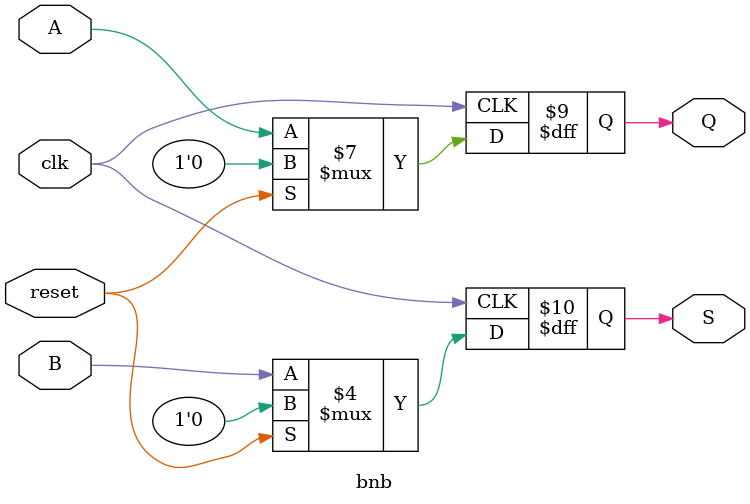
<source format=v>
module bnb(reset,clk,A,B,Q,S);
input reset, clk, A, B;
output reg Q,S;
always @ (posedge clk) begin
      if (reset == 1'b1) begin
          Q = 1'b0;
          S = 1'b0;
      end
      else begin
          Q <= A;
          S <= B;
     end
end

endmodule
</source>
